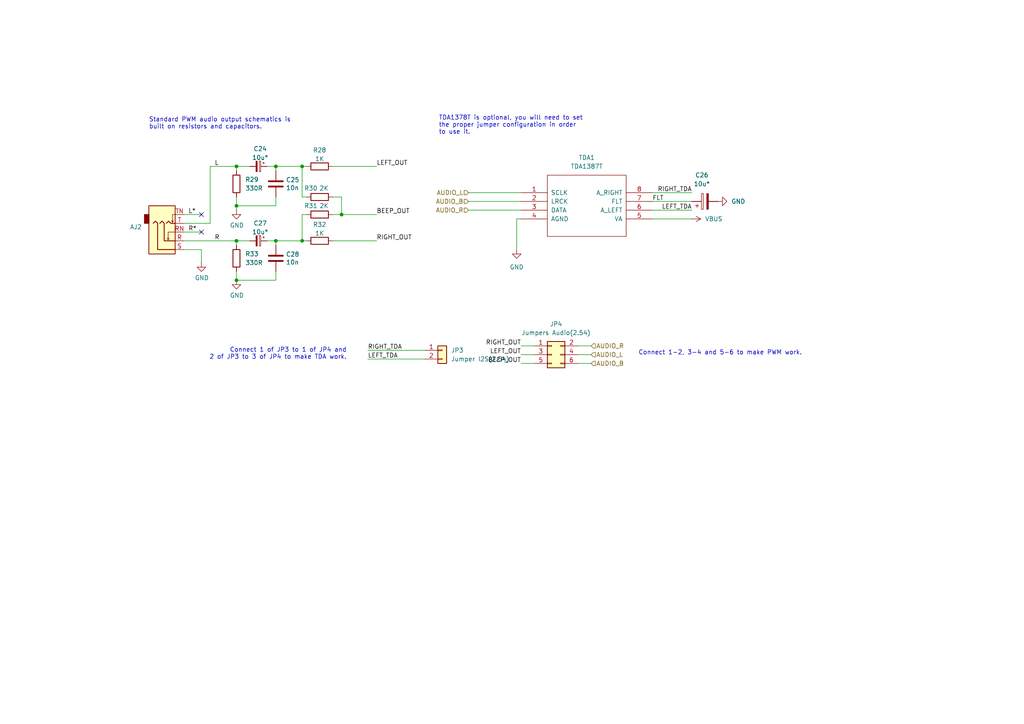
<source format=kicad_sch>
(kicad_sch (version 20250114) (generator "eeschema") (generator_version "9.0")
  (paper "A4")
  (title_block (title "MiniFRANK RM1") (date "2025-03-04") (rev "2.01") (company "Mikhail Matveev") (comment 1 "https://github.com/xtremespb/frank"))
  (lib_symbols
    (symbol "Connector_Generic:Conn_01x02" (pin_names (offset 1.016) (hide yes))
      (property "Reference" "J" (at 0 2.54 0))
      (property "Value" "Conn_01x02" (at 0 -5.08 0))
      (symbol "Conn_01x02_1_1"
        (rectangle (start -1.27 1.27) (end 1.27 -3.81) (stroke (width 0.254)) (fill (type background)))
        (rectangle (start -1.27 0.127) (end 0 -0.127) (stroke (width 0.1524)))
        (rectangle (start -1.27 -2.413) (end 0 -2.667) (stroke (width 0.1524)))
        (pin passive line (at -5.08 0 0) (length 3.81) (name "Pin_1") (number "1"))
        (pin passive line (at -5.08 -2.54 0) (length 3.81) (name "Pin_2") (number "2"))
      )
    )
    (symbol "Connector_Generic:Conn_02x03_Odd_Even" (pin_names (offset 1.016) (hide yes))
      (property "Reference" "J" (at 1.27 5.08 0))
      (property "Value" "Conn_02x03_Odd_Even" (at 1.27 -5.08 0))
      (symbol "Conn_02x03_Odd_Even_1_1"
        (rectangle (start -1.27 3.81) (end 3.81 -3.81) (stroke (width 0.254)) (fill (type background)))
        (rectangle (start -1.27 2.667) (end 0 2.413) (stroke (width 0.1524)))
        (rectangle (start -1.27 0.127) (end 0 -0.127) (stroke (width 0.1524)))
        (rectangle (start -1.27 -2.413) (end 0 -2.667) (stroke (width 0.1524)))
        (rectangle (start 3.81 2.667) (end 2.54 2.413) (stroke (width 0.1524)))
        (rectangle (start 3.81 0.127) (end 2.54 -0.127) (stroke (width 0.1524)))
        (rectangle (start 3.81 -2.413) (end 2.54 -2.667) (stroke (width 0.1524)))
        (pin passive line (at -5.08 2.54 0) (length 3.81) (name "Pin_1") (number "1"))
        (pin passive line (at -5.08 0 0) (length 3.81) (name "Pin_3") (number "3"))
        (pin passive line (at -5.08 -2.54 0) (length 3.81) (name "Pin_5") (number "5"))
        (pin passive line (at 7.62 2.54 180) (length 3.81) (name "Pin_2") (number "2"))
        (pin passive line (at 7.62 0 180) (length 3.81) (name "Pin_4") (number "4"))
        (pin passive line (at 7.62 -2.54 180) (length 3.81) (name "Pin_6") (number "6"))
      )
    )
    (symbol "Device:C" (pin_numbers (hide yes)) (pin_names (offset 0.254))
      (property "Reference" "C" (at 0.635 2.54 0))
      (property "Value" "C" (at 0.635 -2.54 0))
      (symbol "C_0_1"
        (polyline (pts (xy -2.032 0.762) (xy 2.032 0.762)) (stroke (width 0.508)))
        (polyline (pts (xy -2.032 -0.762) (xy 2.032 -0.762)) (stroke (width 0.508)))
      )
      (symbol "C_1_1"
        (pin passive line (at 0 3.81 270) (length 2.794) (name "~") (number "1"))
        (pin passive line (at 0 -3.81 90) (length 2.794) (name "~") (number "2"))
      )
    )
    (symbol "Device:C_Polarized" (pin_numbers (hide yes)) (pin_names (offset 0.254))
      (property "Reference" "C" (at 0.635 2.54 0))
      (property "Value" "C_Polarized" (at 0.635 -2.54 0))
      (symbol "C_Polarized_0_1"
        (rectangle (start -2.286 0.508) (end 2.286 1.016))
        (polyline (pts (xy -1.778 2.286) (xy -0.762 2.286)))
        (polyline (pts (xy -1.27 2.794) (xy -1.27 1.778)))
        (rectangle (start 2.286 -0.508) (end -2.286 -1.016) (fill (type outline)))
      )
      (symbol "C_Polarized_1_1"
        (pin passive line (at 0 3.81 270) (length 2.794) (name "~") (number "1"))
        (pin passive line (at 0 -3.81 90) (length 2.794) (name "~") (number "2"))
      )
    )
    (symbol "Device:C_Polarized_Small" (pin_numbers (hide yes)) (pin_names (offset 0.254) (hide yes))
      (property "Reference" "C" (at 0.254 1.778 0))
      (property "Value" "C_Polarized_Small" (at 0.254 -2.032 0))
      (symbol "C_Polarized_Small_0_1"
        (rectangle (start -1.524 0.6858) (end 1.524 0.3048))
        (rectangle (start -1.524 -0.3048) (end 1.524 -0.6858) (fill (type outline)))
        (polyline (pts (xy -1.27 1.524) (xy -0.762 1.524)))
        (polyline (pts (xy -1.016 1.27) (xy -1.016 1.778)))
      )
      (symbol "C_Polarized_Small_1_1"
        (pin passive line (at 0 2.54 270) (length 1.8542) (name "~") (number "1"))
        (pin passive line (at 0 -2.54 90) (length 1.8542) (name "~") (number "2"))
      )
    )
    (symbol "Device:R" (pin_numbers (hide yes)) (pin_names (offset 0))
      (property "Reference" "R" (at 2.032 0 90))
      (property "Value" "R" (at 0 0 90))
      (symbol "R_0_1"
        (rectangle (start -1.016 -2.54) (end 1.016 2.54) (stroke (width 0.254)))
      )
      (symbol "R_1_1"
        (pin passive line (at 0 3.81 270) (length 1.27) (name "~") (number "1"))
        (pin passive line (at 0 -3.81 90) (length 1.27) (name "~") (number "2"))
      )
    )
    (symbol "FRANK:AudioJack_3.5mm"
      (property "Reference" "AJ2" (at -7.1119 -4.0097 0))
      (symbol "AudioJack_3.5mm_0_1"
        (rectangle (start -5.08 -5.08) (end -6.35 -7.62) (stroke (width 0.254)) (fill (type outline)))
        (polyline (pts (xy -1.905 -5.08) (xy -1.27 -5.715) (xy -0.635 -5.08) (xy -0.635 0) (xy 2.54 0)) (stroke (width 0.254)))
        (polyline (pts (xy 0 -5.08) (xy 0.635 -5.715) (xy 1.27 -5.08) (xy 2.54 -5.08)) (stroke (width 0.254)))
        (polyline (pts (xy 0.508 -0.254) (xy 0.762 -0.762)))
        (polyline (pts (xy 1.778 -5.334) (xy 2.032 -5.842)))
        (rectangle (start 2.54 3.81) (end -5.08 -10.16) (stroke (width 0.254)) (fill (type background)))
        (polyline (pts (xy 2.54 2.54) (xy -2.54 2.54) (xy -2.54 -5.08) (xy -3.175 -5.715) (xy -3.81 -5.08)) (stroke (width 0.254)))
        (polyline (pts (xy 2.54 -2.54) (xy 0.508 -2.54) (xy 0.508 -0.254) (xy 0.254 -0.762)))
        (polyline (pts (xy 2.54 -7.62) (xy 1.778 -7.62) (xy 1.778 -5.334) (xy 1.524 -5.842)))
      )
      (symbol "AudioJack_3.5mm_1_1"
        (pin passive line (at 5.08 2.54 180) (length 2.54) (name "~") (number "S"))
        (pin passive line (at 5.08 0 180) (length 2.54) (name "~") (number "R"))
        (pin passive line (at 5.08 -2.54 180) (length 2.54) (name "~") (number "RN"))
        (pin passive line (at 5.08 -5.08 180) (length 2.54) (name "~") (number "T"))
        (pin passive line (at 5.08 -7.62 180) (length 2.54) (name "~") (number "TN"))
      )
    )
    (symbol "FRANK:TDA1387T" (pin_names (offset 1.016))
      (property "Reference" "TDA1" (at 0 13.97 0))
      (property "Value" "TDA1387T" (at 0 11.43 0))
      (symbol "TDA1387T_1_0"
        (rectangle (start -11.43 -8.89) (end 11.43 8.89))
      )
      (symbol "TDA1387T_1_1"
        (pin input line (at -19.05 3.81 0) (length 7.62) (name "SCLK") (number "1"))
        (pin input line (at -19.05 1.27 0) (length 7.62) (name "LRCK") (number "2"))
        (pin input line (at -19.05 -1.27 0) (length 7.62) (name "DATA") (number "3"))
        (pin input line (at -19.05 -3.81 0) (length 7.62) (name "AGND") (number "4"))
        (pin input line (at 19.05 3.81 180) (length 7.62) (name "A_RIGHT") (number "8"))
        (pin input line (at 19.05 1.27 180) (length 7.62) (name "FLT") (number "7"))
        (pin input line (at 19.05 -1.27 180) (length 7.62) (name "A_LEFT") (number "6"))
        (pin input line (at 19.05 -3.81 180) (length 7.62) (name "VA") (number "5"))
      )
    )
    (symbol "GND_1" (power) (pin_numbers (hide yes)) (pin_names (offset 0) (hide yes))
      (property "Value" "GND" (at 0 -3.81 0))
      (symbol "GND_1_0_1"
        (polyline (pts (xy 0 0) (xy 0 -1.27) (xy 1.27 -1.27) (xy 0 -2.54) (xy -1.27 -1.27) (xy 0 -1.27)))
      )
      (symbol "GND_1_1_1"
        (pin power_in line (at 0 0 270) (length 0) (name "~") (number "1"))
      )
    )
    (symbol "GND_2" (power) (pin_numbers (hide yes)) (pin_names (offset 0) (hide yes))
      (property "Value" "GND" (at 0 -3.81 0))
      (symbol "GND_2_0_1"
        (polyline (pts (xy 0 0) (xy 0 -1.27) (xy 1.27 -1.27) (xy 0 -2.54) (xy -1.27 -1.27) (xy 0 -1.27)))
      )
      (symbol "GND_2_1_1"
        (pin power_in line (at 0 0 270) (length 0) (name "~") (number "1"))
      )
    )
    (symbol "GND_3" (power) (pin_numbers (hide yes)) (pin_names (offset 0) (hide yes))
      (property "Value" "GND" (at 0 -3.81 0))
      (symbol "GND_3_0_1"
        (polyline (pts (xy 0 0) (xy 0 -1.27) (xy 1.27 -1.27) (xy 0 -2.54) (xy -1.27 -1.27) (xy 0 -1.27)))
      )
      (symbol "GND_3_1_1"
        (pin power_in line (at 0 0 270) (length 0) (name "~") (number "1"))
      )
    )
    (symbol "GND_6" (power) (pin_numbers (hide yes)) (pin_names (offset 0) (hide yes))
      (property "Value" "GND" (at 0 -3.81 0))
      (symbol "GND_6_0_1"
        (polyline (pts (xy 0 0) (xy 0 -1.27) (xy 1.27 -1.27) (xy 0 -2.54) (xy -1.27 -1.27) (xy 0 -1.27)))
      )
      (symbol "GND_6_1_1"
        (pin power_in line (at 0 0 270) (length 0) (name "~") (number "1"))
      )
    )
    (symbol "power:GND" (power) (pin_numbers (hide yes)) (pin_names (offset 0) (hide yes))
      (property "Value" "GND" (at 0 -3.81 0))
      (symbol "GND_0_1"
        (polyline (pts (xy 0 0) (xy 0 -1.27) (xy 1.27 -1.27) (xy 0 -2.54) (xy -1.27 -1.27) (xy 0 -1.27)))
      )
      (symbol "GND_1_1"
        (pin power_in line (at 0 0 270) (length 0) (name "~") (number "1"))
      )
    )
    (symbol "power:VBUS" (power) (pin_numbers (hide yes)) (pin_names (offset 0) (hide yes))
      (property "Value" "VBUS" (at 0 3.556 0))
      (symbol "VBUS_0_1"
        (polyline (pts (xy -0.762 1.27) (xy 0 2.54)))
        (polyline (pts (xy 0 2.54) (xy 0.762 1.27)))
        (polyline (pts (xy 0 0) (xy 0 2.54)))
      )
      (symbol "VBUS_1_1"
        (pin power_in line (at 0 0 90) (length 0) (name "~") (number "1"))
      )
    )
  )
  (text "TDA1378T is optional, you will need to set\nthe proper jumper configuration in order\nto use it." (at 127.254 36.322 0) (effects (font (size 1.27 1.27)) (justify left)))
  (text "Connect 1 of JP3 to 1 of JP4 and\n2 of JP3 to 3 of JP4 to make TDA work." (at 100.584 102.616 0) (effects (font (size 1.27 1.27)) (justify right)))
  (text "Connect 1-2, 3-4 and 5-6 to make PWM work." (at 185.166 102.362 0) (effects (font (size 1.27 1.27)) (justify left)))
  (text "Standard PWM audio output schematics is\nbuilt on resistors and capacitors." (at 43.18 35.814 0) (effects (font (size 1.27 1.27)) (justify left)))
  (junction (at 68.58 48.26))
  (junction (at 87.63 69.85))
  (junction (at 68.58 59.69))
  (junction (at 99.06 62.23))
  (junction (at 68.58 81.28))
  (junction (at 80.01 69.85))
  (junction (at 68.58 69.85))
  (junction (at 87.63 48.26))
  (junction (at 80.01 48.26))
  (no_connect (at 58.42 62.23))
  (no_connect (at 58.42 67.31))
  (wire (pts (xy 80.01 69.85) (xy 87.63 69.85)))
  (wire (pts (xy 80.01 69.85) (xy 77.47 69.85)))
  (wire (pts (xy 80.01 48.26) (xy 87.63 48.26)))
  (wire (pts (xy 60.96 48.26) (xy 68.58 48.26)))
  (wire (pts (xy 135.89 55.88) (xy 151.13 55.88)))
  (wire (pts (xy 88.9 62.23) (xy 87.63 62.23)))
  (wire (pts (xy 151.13 102.87) (xy 154.94 102.87)))
  (wire (pts (xy 80.01 81.28) (xy 68.58 81.28)))
  (wire (pts (xy 53.34 72.39) (xy 58.42 72.39)))
  (wire (pts (xy 68.58 57.15) (xy 68.58 59.69)))
  (wire (pts (xy 87.63 69.85) (xy 88.9 69.85)))
  (wire (pts (xy 80.01 59.69) (xy 68.58 59.69)))
  (wire (pts (xy 80.01 48.26) (xy 77.47 48.26)))
  (wire (pts (xy 53.34 64.77) (xy 60.96 64.77)))
  (wire (pts (xy 53.34 69.85) (xy 68.58 69.85)))
  (wire (pts (xy 135.89 60.96) (xy 151.13 60.96)))
  (wire (pts (xy 189.23 60.96) (xy 200.66 60.96)))
  (wire (pts (xy 106.68 104.14) (xy 123.19 104.14)))
  (wire (pts (xy 171.45 102.87) (xy 167.64 102.87)))
  (wire (pts (xy 87.63 48.26) (xy 88.9 48.26)))
  (wire (pts (xy 72.39 69.85) (xy 68.58 69.85)))
  (wire (pts (xy 151.13 105.41) (xy 154.94 105.41)))
  (wire (pts (xy 99.06 62.23) (xy 96.52 62.23)))
  (wire (pts (xy 151.13 100.33) (xy 154.94 100.33)))
  (wire (pts (xy 80.01 49.53) (xy 80.01 48.26)))
  (wire (pts (xy 200.66 55.88) (xy 189.23 55.88)))
  (wire (pts (xy 80.01 57.15) (xy 80.01 59.69)))
  (wire (pts (xy 88.9 57.15) (xy 87.63 57.15)))
  (wire (pts (xy 189.23 63.5) (xy 200.66 63.5)))
  (wire (pts (xy 68.58 48.26) (xy 68.58 49.53)))
  (wire (pts (xy 68.58 59.69) (xy 68.58 60.96)))
  (wire (pts (xy 171.45 100.33) (xy 167.64 100.33)))
  (wire (pts (xy 96.52 48.26) (xy 109.22 48.26)))
  (wire (pts (xy 68.58 69.85) (xy 68.58 71.12)))
  (wire (pts (xy 96.52 57.15) (xy 99.06 57.15)))
  (wire (pts (xy 96.52 69.85) (xy 109.22 69.85)))
  (wire (pts (xy 189.23 58.42) (xy 200.66 58.42)))
  (wire (pts (xy 171.45 105.41) (xy 167.64 105.41)))
  (wire (pts (xy 60.96 48.26) (xy 60.96 64.77)))
  (wire (pts (xy 68.58 78.74) (xy 68.58 81.28)))
  (wire (pts (xy 99.06 62.23) (xy 109.22 62.23)))
  (wire (pts (xy 99.06 57.15) (xy 99.06 62.23)))
  (wire (pts (xy 80.01 78.74) (xy 80.01 81.28)))
  (wire (pts (xy 58.42 72.39) (xy 58.42 76.2)))
  (wire (pts (xy 72.39 48.26) (xy 68.58 48.26)))
  (wire (pts (xy 53.34 67.31) (xy 58.42 67.31)))
  (wire (pts (xy 80.01 71.12) (xy 80.01 69.85)))
  (wire (pts (xy 151.13 63.5) (xy 149.86 63.5)))
  (wire (pts (xy 53.34 62.23) (xy 58.42 62.23)))
  (wire (pts (xy 135.89 58.42) (xy 151.13 58.42)))
  (wire (pts (xy 87.63 62.23) (xy 87.63 69.85)))
  (wire (pts (xy 149.86 63.5) (xy 149.86 72.39)))
  (wire (pts (xy 106.68 101.6) (xy 123.19 101.6)))
  (wire (pts (xy 87.63 48.26) (xy 87.63 57.15)))
  (label "LEFT_TDA" (at 106.68 104.14 0))
  (label "LEFT_TDA" (at 200.66 60.96 180))
  (label "L" (at 62.23 48.26 0))
  (label "R" (at 62.23 69.85 0))
  (label "L*" (at 54.61 62.23 0))
  (label "LEFT_OUT" (at 109.22 48.26 0))
  (label "RIGHT_TDA" (at 106.68 101.6 0))
  (label "BEEP_OUT" (at 109.22 62.23 0))
  (label "RIGHT_TDA" (at 200.66 55.88 180))
  (label "FLT" (at 189.23 58.42 0))
  (label "R*" (at 54.61 67.31 0))
  (label "RIGHT_OUT" (at 151.13 100.33 180))
  (label "LEFT_OUT" (at 151.13 102.87 180))
  (label "BEEP_OUT" (at 151.13 105.41 180))
  (label "RIGHT_OUT" (at 109.22 69.85 0))
  (hierarchical_label "AUDIO_B" (shape input) (at 171.45 105.41 0))
  (hierarchical_label "AUDIO_L" (shape input) (at 171.45 102.87 0))
  (hierarchical_label "AUDIO_R" (shape input) (at 171.45 100.33 0))
  (hierarchical_label "AUDIO_L" (shape input) (at 135.89 55.88 180))
  (hierarchical_label "AUDIO_B" (shape input) (at 135.89 58.42 180))
  (hierarchical_label "AUDIO_R" (shape input) (at 135.89 60.96 180))
  (symbol (lib_id "power:GND") (at 149.86 72.39 0) (unit 1)
    (property "Reference" "#PWR060" (effects (hide yes)))
    (property "Value" "GND" (at 149.86 77.47 0))
    (property "Description" "Power symbol creates a global label with name \"GND\" , ground" (effects (hide yes)))
  )
  (symbol (lib_id "Device:R") (at 92.71 57.15 90) (unit 1)
    (property "Reference" "R30" (at 90.17 54.61 90))
    (property "Value" "2K" (at 93.98 54.61 90))
    (property "Footprint" "FRANK:Resistor (0805)" (effects (hide yes)))
    (property "Datasheet" "https://www.vishay.com/docs/28952/mcs0402at-mct0603at-mcu0805at-mca1206at.pdf" (effects (hide yes)))
    (property "AliExpress" "https://www.aliexpress.com/item/1005005945735199.html" (effects (hide yes)))
  )
  (symbol (lib_id "Device:C_Polarized_Small") (at 74.93 69.85 270) (unit 1)
    (property "Reference" "C27" (at 75.4761 64.7532 90))
    (property "Value" "10u*" (at 75.4761 67.2901 90))
    (property "Footprint" "FRANK:Capacitor (3528, tantalum, polar)" (effects (hide yes)))
    (property "Datasheet" "https://eu.mouser.com/datasheet/2/447/KEM_T2005_T491-3316937.pdf" (effects (hide yes)))
    (property "AliExpress" "https://www.aliexpress.com/item/1005006870280809.html" (effects (hide yes)))
  )
  (symbol (lib_id "Device:C_Polarized") (at 204.47 58.42 90) (unit 1)
    (property "Reference" "C26" (at 203.581 50.8 90))
    (property "Value" "10u*" (at 203.581 53.34 90))
    (property "Footprint" "FRANK:Capacitor (3528, tantalum, polar)" (effects (hide yes)))
    (property "Datasheet" "https://eu.mouser.com/datasheet/2/447/KEM_T2005_T491-3316937.pdf" (effects (hide yes)))
    (property "Description" "Polarized capacitor" (effects (hide yes)))
    (property "AliExpress" "https://www.aliexpress.com/item/1005006870280809.html" (effects (hide yes)))
  )
  (symbol (lib_id "Device:R") (at 92.71 69.85 90) (unit 1)
    (property "Reference" "R32" (at 92.71 65.1342 90))
    (property "Value" "1K" (at 92.71 67.6711 90))
    (property "Footprint" "FRANK:Resistor (0805)" (effects (hide yes)))
    (property "Datasheet" "https://www.vishay.com/docs/28952/mcs0402at-mct0603at-mcu0805at-mca1206at.pdf" (effects (hide yes)))
    (property "AliExpress" "https://www.aliexpress.com/item/1005005945735199.html" (effects (hide yes)))
  )
  (symbol (lib_id "Device:R") (at 68.58 74.93 0) (unit 1)
    (property "Reference" "R33" (at 71.12 73.6599 0) (effects (justify left)))
    (property "Value" "330R" (at 71.12 76.1999 0) (effects (justify left)))
    (property "Footprint" "FRANK:Resistor (0805)" (effects (hide yes)))
    (property "Datasheet" "https://www.vishay.com/docs/28952/mcs0402at-mct0603at-mcu0805at-mca1206at.pdf" (effects (hide yes)))
    (property "AliExpress" "https://www.aliexpress.com/item/1005005945735199.html" (effects (hide yes)))
  )
  (symbol (lib_id "Device:R") (at 92.71 62.23 90) (unit 1)
    (property "Reference" "R31" (at 90.17 59.69 90))
    (property "Value" "2K" (at 93.98 59.69 90))
    (property "Footprint" "FRANK:Resistor (0805)" (effects (hide yes)))
    (property "Datasheet" "https://www.vishay.com/docs/28952/mcs0402at-mct0603at-mcu0805at-mca1206at.pdf" (effects (hide yes)))
    (property "AliExpress" "https://www.aliexpress.com/item/1005005945735199.html" (effects (hide yes)))
  )
  (symbol (lib_name "GND_3") (lib_id "power:GND") (at 68.58 60.96 0) (unit 1)
    (property "Reference" "#PWR058" (effects (hide yes)))
    (property "Value" "GND" (at 68.707 65.3542 0))
    (property "Description" "Power symbol creates a global label with name \"GND\" , ground" (effects (hide yes)))
  )
  (symbol (lib_id "Device:R") (at 92.71 48.26 90) (unit 1)
    (property "Reference" "R28" (at 92.71 43.5442 90))
    (property "Value" "1K" (at 92.71 46.0811 90))
    (property "Footprint" "FRANK:Resistor (0805)" (effects (hide yes)))
    (property "Datasheet" "https://www.vishay.com/docs/28952/mcs0402at-mct0603at-mcu0805at-mca1206at.pdf" (effects (hide yes)))
    (property "AliExpress" "https://www.aliexpress.com/item/1005005945735199.html" (effects (hide yes)))
  )
  (symbol (lib_id "FRANK:TDA1387T") (at 170.18 59.69 0) (unit 1)
    (property "Reference" "TDA1" (at 170.18 45.72 0))
    (property "Value" "TDA1387T" (at 170.18 48.26 0))
    (property "Footprint" "FRANK:SOIC-8" (effects (hide yes)))
    (property "Datasheet" "https://github.com/xtremespb/frank/raw/refs/heads/minifrank_rev2/DOCS/TDA1387T.pdf" (effects (hide yes)))
    (property "AliExpress" "https://www.aliexpress.com/item/32995595000.html" (effects (hide yes)))
  )
  (symbol (lib_name "GND_6") (lib_id "power:GND") (at 208.28 58.42 90) (unit 1)
    (property "Reference" "#PWR057" (effects (hide yes)))
    (property "Value" "GND" (at 212.09 58.4199 90) (effects (justify right)))
    (property "Description" "Power symbol creates a global label with name \"GND\" , ground" (effects (hide yes)))
  )
  (symbol (lib_id "FRANK:AudioJack_3.5mm") (at 48.26 69.85 0) (mirror x) (unit 1)
    (property "Reference" "AJ2" (at 41.1481 65.8403 0) (effects (justify right)))
    (property "Value" "Audio Out" (effects (hide yes)))
    (property "Footprint" "FRANK:Jack (3.5mm)" (effects (hide yes)))
    (property "Datasheet" "https://eu.mouser.com/datasheet/2/1628/sj1_353xng-3511142.pdf" (effects (hide yes)))
    (property "AliExpress" "https://www.aliexpress.com/item/1005006710837751.html" (effects (hide yes)))
  )
  (symbol (lib_id "Connector_Generic:Conn_02x03_Odd_Even") (at 160.02 102.87 0) (unit 1)
    (property "Reference" "JP4" (at 161.29 93.98 0))
    (property "Value" "Jumpers Audio(2.54)" (at 161.29 96.52 0))
    (property "Footprint" "FRANK:Pin Header (2x03)" (effects (hide yes)))
    (property "Description" "Generic connector, double row, 02x03, odd/even pin numbering scheme (row 1 odd numbers, row 2 even numbers), script generated (kicad-library-utils/schlib/autogen/connector/)" (effects (hide yes)))
    (property "AliExpress" "https://www.aliexpress.com/item/1005006454399822.html" (effects (hide yes)))
  )
  (symbol (lib_id "power:VBUS") (at 200.66 63.5 270) (unit 1)
    (property "Reference" "#PWR059" (effects (hide yes)))
    (property "Value" "VBUS" (at 204.47 63.4999 90) (effects (justify left)))
    (property "Description" "Power symbol creates a global label with name \"VBUS\"" (effects (hide yes)))
  )
  (symbol (lib_id "Connector_Generic:Conn_01x02") (at 128.27 101.6 0) (unit 1)
    (property "Reference" "JP3" (at 130.81 101.5999 0) (effects (justify left)))
    (property "Value" "Jumper I2S(2.54)" (at 130.81 104.1399 0) (effects (justify left)))
    (property "Footprint" "FRANK:Pin Header (1x02)" (effects (hide yes)))
    (property "Description" "Generic connector, single row, 01x02, script generated (kicad-library-utils/schlib/autogen/connector/)" (effects (hide yes)))
    (property "AliExpress" "https://www.aliexpress.com/item/1005006454399822.html" (effects (hide yes)))
  )
  (symbol (lib_id "Device:C") (at 80.01 74.93 0) (unit 1)
    (property "Reference" "C28" (at 82.931 73.7616 0) (effects (justify left)))
    (property "Value" "10n" (at 82.931 76.073 0) (effects (justify left)))
    (property "Footprint" "FRANK:Capacitor (0805)" (effects (hide yes)))
    (property "Datasheet" "https://eu.mouser.com/datasheet/2/40/KGM_X7R-3223212.pdf" (effects (hide yes)))
    (property "AliExpress" "https://www.aliexpress.com/item/33008008276.html" (effects (hide yes)))
  )
  (symbol (lib_id "Device:C") (at 80.01 53.34 0) (unit 1)
    (property "Reference" "C25" (at 82.931 52.1716 0) (effects (justify left)))
    (property "Value" "10n" (at 82.931 54.483 0) (effects (justify left)))
    (property "Footprint" "FRANK:Capacitor (0805)" (effects (hide yes)))
    (property "Datasheet" "https://eu.mouser.com/datasheet/2/40/KGM_X7R-3223212.pdf" (effects (hide yes)))
    (property "AliExpress" "https://www.aliexpress.com/item/33008008276.html" (effects (hide yes)))
  )
  (symbol (lib_id "Device:C_Polarized_Small") (at 74.93 48.26 270) (unit 1)
    (property "Reference" "C24" (at 75.4761 43.1632 90))
    (property "Value" "10u*" (at 75.4761 45.7001 90))
    (property "Footprint" "FRANK:Capacitor (3528, tantalum, polar)" (effects (hide yes)))
    (property "Datasheet" "https://eu.mouser.com/datasheet/2/447/KEM_T2005_T491-3316937.pdf" (effects (hide yes)))
    (property "AliExpress" "https://www.aliexpress.com/item/1005006870280809.html" (effects (hide yes)))
  )
  (symbol (lib_name "GND_2") (lib_id "power:GND") (at 68.58 81.28 0) (unit 1)
    (property "Reference" "#PWR062" (effects (hide yes)))
    (property "Value" "GND" (at 68.707 85.6742 0))
    (property "Description" "Power symbol creates a global label with name \"GND\" , ground" (effects (hide yes)))
  )
  (symbol (lib_id "Device:R") (at 68.58 53.34 0) (unit 1)
    (property "Reference" "R29" (at 71.12 52.0699 0) (effects (justify left)))
    (property "Value" "330R" (at 71.12 54.6099 0) (effects (justify left)))
    (property "Footprint" "FRANK:Resistor (0805)" (effects (hide yes)))
    (property "Datasheet" "https://www.vishay.com/docs/28952/mcs0402at-mct0603at-mcu0805at-mca1206at.pdf" (effects (hide yes)))
    (property "AliExpress" "https://www.aliexpress.com/item/1005005945735199.html" (effects (hide yes)))
  )
  (symbol (lib_name "GND_1") (lib_id "power:GND") (at 58.42 76.2 0) (unit 1)
    (property "Reference" "#PWR061" (effects (hide yes)))
    (property "Value" "GND" (at 58.547 80.5942 0))
    (property "Description" "Power symbol creates a global label with name \"GND\" , ground" (effects (hide yes)))
  )
)
</source>
